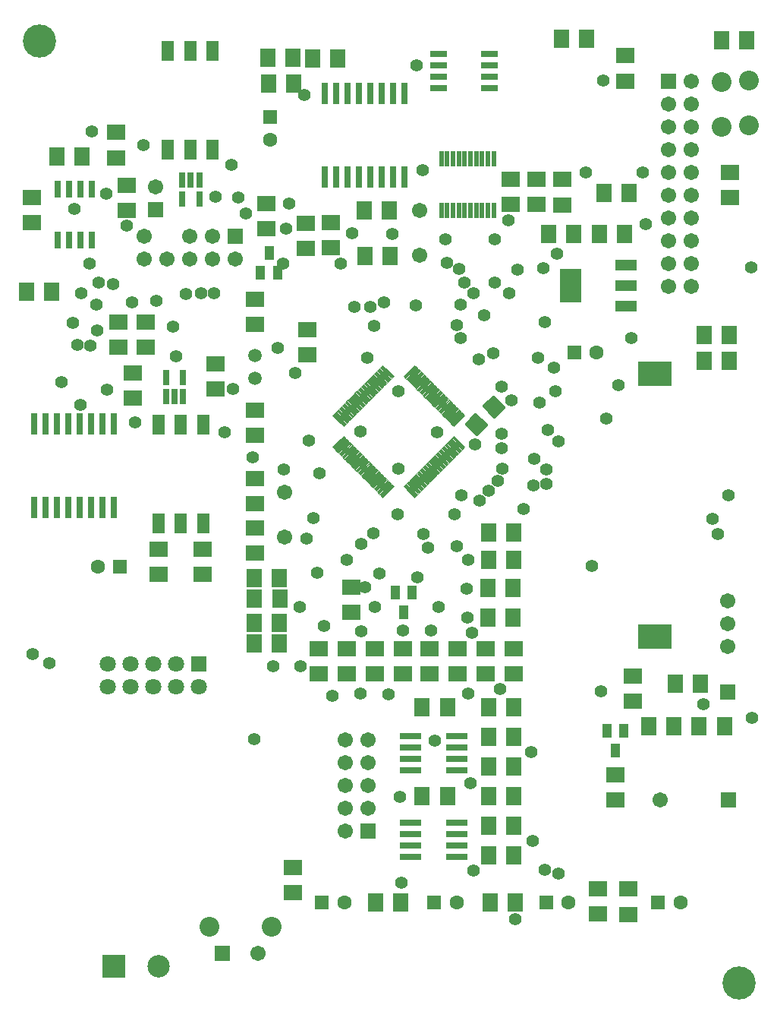
<source format=gts>
%FSLAX43Y43*%
%MOMM*%
G71*
G01*
G75*
%ADD10C,0.300*%
%ADD11R,0.850X1.300*%
%ADD12R,0.300X1.600*%
%ADD13R,1.800X1.600*%
%ADD14R,1.600X1.800*%
%ADD15R,3.500X2.600*%
%ADD16R,2.200X0.550*%
%ADD17R,2.200X0.550*%
%ADD18C,0.075*%
%ADD19R,0.600X2.150*%
%ADD20R,1.200X2.000*%
%ADD21R,0.550X1.450*%
%ADD22R,0.550X1.450*%
%ADD23R,0.600X1.700*%
%ADD24R,0.600X2.150*%
%ADD25R,1.700X0.600*%
%ADD26R,2.150X1.100*%
%ADD27R,2.150X1.100*%
%ADD28R,2.150X3.500*%
%ADD29C,0.400*%
%ADD30C,0.500*%
%ADD31C,0.800*%
%ADD32C,0.600*%
%ADD33R,2.300X2.300*%
%ADD34C,2.300*%
%ADD35C,1.500*%
%ADD36C,1.600*%
%ADD37C,1.600*%
%ADD38R,1.600X1.600*%
%ADD39C,3.500*%
%ADD40C,2.000*%
%ADD41R,1.400X1.400*%
%ADD42C,1.400*%
%ADD43C,1.300*%
%ADD44R,1.500X1.500*%
%ADD45C,1.500*%
%ADD46C,1.200*%
%ADD47R,1.053X1.503*%
%ADD48R,0.503X1.803*%
%ADD49R,2.003X1.803*%
%ADD50R,1.803X2.003*%
%ADD51R,3.703X2.803*%
%ADD52R,2.403X0.753*%
%ADD53R,2.403X0.753*%
%ADD54R,0.803X2.353*%
%ADD55R,1.403X2.203*%
%ADD56R,0.753X1.653*%
%ADD57R,0.753X1.653*%
%ADD58R,0.803X1.903*%
%ADD59R,0.803X2.353*%
%ADD60R,1.903X0.803*%
%ADD61R,2.353X1.303*%
%ADD62R,2.353X1.303*%
%ADD63R,2.353X3.703*%
%ADD64R,2.503X2.503*%
%ADD65C,2.503*%
%ADD66C,1.703*%
%ADD67C,1.803*%
%ADD68C,1.803*%
%ADD69R,1.803X1.803*%
%ADD70C,3.703*%
%ADD71C,2.203*%
%ADD72R,1.603X1.603*%
%ADD73C,1.603*%
%ADD74C,1.503*%
%ADD75R,1.703X1.703*%
%ADD76C,1.703*%
%ADD77C,1.403*%
D18*
X36477Y62934D02*
X36174Y63236D01*
X37396Y64458D01*
X37699Y64156D01*
X36477Y62934D01*
Y63022D02*
X36263Y63236D01*
X37396Y64370D01*
X37611Y64156D01*
X36477Y63022D01*
Y63110D02*
X36351Y63236D01*
X37396Y64282D01*
X37522Y64156D01*
X36477Y63110D01*
Y63199D02*
X36440Y63236D01*
X37396Y64193D01*
X37434Y64156D01*
X36477Y63199D01*
X36512Y63253D02*
X37362Y64139D01*
X36831Y62580D02*
X36528Y62883D01*
X37750Y64105D01*
X38053Y63802D01*
X36831Y62580D01*
Y62668D02*
X36616Y62883D01*
X37750Y64016D01*
X37964Y63802D01*
X36831Y62668D01*
Y62757D02*
X36705Y62883D01*
X37750Y63928D01*
X37876Y63802D01*
X36831Y62757D01*
Y62845D02*
X36793Y62883D01*
X37750Y63840D01*
X37788Y63802D01*
X36831Y62845D01*
X36865Y62899D02*
X37716Y63786D01*
X37184Y62226D02*
X36881Y62529D01*
X38104Y63751D01*
X38406Y63449D01*
X37184Y62226D01*
Y62315D02*
X36970Y62529D01*
X38104Y63663D01*
X38318Y63449D01*
X37184Y62315D01*
Y62403D02*
X37058Y62529D01*
X38104Y63575D01*
X38230Y63449D01*
X37184Y62403D01*
Y62492D02*
X37147Y62529D01*
X38104Y63486D01*
X38141Y63449D01*
X37184Y62492D01*
X37219Y62546D02*
X38069Y63432D01*
X37538Y61873D02*
X37235Y62176D01*
X38457Y63398D01*
X38760Y63095D01*
X37538Y61873D01*
Y61961D02*
X37323Y62176D01*
X38457Y63309D01*
X38671Y63095D01*
X37538Y61961D01*
Y62050D02*
X37412Y62176D01*
X38457Y63221D01*
X38583Y63095D01*
X37538Y62050D01*
Y62138D02*
X37500Y62176D01*
X38457Y63133D01*
X38495Y63095D01*
X37538Y62138D01*
X37572Y62192D02*
X38423Y63079D01*
X37891Y61519D02*
X37589Y61822D01*
X38811Y63044D01*
X39113Y62741D01*
X37891Y61519D01*
Y61608D02*
X37677Y61822D01*
X38811Y62956D01*
X39025Y62741D01*
X37891Y61608D01*
Y61696D02*
X37765Y61822D01*
X38811Y62867D01*
X38937Y62741D01*
X37891Y61696D01*
Y61785D02*
X37854Y61822D01*
X38811Y62779D01*
X38848Y62741D01*
X37891Y61785D01*
X37926Y61839D02*
X38776Y62725D01*
X38245Y61166D02*
X37942Y61469D01*
X39164Y62691D01*
X39467Y62388D01*
X38245Y61166D01*
Y61254D02*
X38031Y61469D01*
X39164Y62602D01*
X39379Y62388D01*
X38245Y61254D01*
Y61343D02*
X38119Y61469D01*
X39164Y62514D01*
X39290Y62388D01*
X38245Y61343D01*
Y61431D02*
X38207Y61469D01*
X39164Y62425D01*
X39202Y62388D01*
X38245Y61431D01*
X38279Y61485D02*
X39130Y62371D01*
X38598Y60812D02*
X38296Y61115D01*
X39518Y62337D01*
X39821Y62034D01*
X38598Y60812D01*
Y60901D02*
X38384Y61115D01*
X39518Y62249D01*
X39732Y62034D01*
X38598Y60901D01*
Y60989D02*
X38472Y61115D01*
X39518Y62160D01*
X39644Y62034D01*
X38598Y60989D01*
Y61077D02*
X38561Y61115D01*
X39518Y62072D01*
X39555Y62034D01*
X38598Y61077D01*
X38633Y61131D02*
X39483Y62018D01*
X39659Y59752D02*
X39356Y60054D01*
X40578Y61276D01*
X40881Y60974D01*
X39659Y59752D01*
Y59840D02*
X39445Y60054D01*
X40578Y61188D01*
X40793Y60974D01*
X39659Y59840D01*
Y59928D02*
X39533Y60054D01*
X40578Y61100D01*
X40704Y60974D01*
X39659Y59928D01*
Y60017D02*
X39621Y60054D01*
X40578Y61011D01*
X40616Y60974D01*
X39659Y60017D01*
X39693Y60071D02*
X40544Y60957D01*
X40013Y59398D02*
X39710Y59701D01*
X40932Y60923D01*
X41235Y60620D01*
X40013Y59398D01*
Y59486D02*
X39798Y59701D01*
X40932Y60834D01*
X41146Y60620D01*
X40013Y59486D01*
Y59575D02*
X39887Y59701D01*
X40932Y60746D01*
X41058Y60620D01*
X40013Y59575D01*
Y59663D02*
X39975Y59701D01*
X40932Y60658D01*
X40970Y60620D01*
X40013Y59663D01*
X40047Y59717D02*
X40898Y60604D01*
X40366Y59045D02*
X40063Y59347D01*
X41285Y60569D01*
X41588Y60267D01*
X40366Y59045D01*
Y59133D02*
X40152Y59347D01*
X41285Y60481D01*
X41500Y60267D01*
X40366Y59133D01*
Y59221D02*
X40240Y59347D01*
X41285Y60393D01*
X41411Y60267D01*
X40366Y59221D01*
Y59310D02*
X40329Y59347D01*
X41285Y60304D01*
X41323Y60267D01*
X40366Y59310D01*
X40401Y59364D02*
X41251Y60250D01*
X40720Y58691D02*
X40417Y58994D01*
X41639Y60216D01*
X41942Y59913D01*
X40720Y58691D01*
Y58779D02*
X40505Y58994D01*
X41639Y60127D01*
X41853Y59913D01*
X40720Y58779D01*
Y58868D02*
X40594Y58994D01*
X41639Y60039D01*
X41765Y59913D01*
X40720Y58868D01*
Y58956D02*
X40682Y58994D01*
X41639Y59951D01*
X41677Y59913D01*
X40720Y58956D01*
X40754Y59010D02*
X41605Y59897D01*
X41427Y57984D02*
X41124Y58287D01*
X42346Y59509D01*
X42649Y59206D01*
X41427Y57984D01*
Y58072D02*
X41213Y58287D01*
X42346Y59420D01*
X42561Y59206D01*
X41427Y58072D01*
Y58161D02*
X41301Y58287D01*
X42346Y59332D01*
X42472Y59206D01*
X41427Y58161D01*
Y58249D02*
X41389Y58287D01*
X42346Y59243D01*
X42384Y59206D01*
X41427Y58249D01*
X41461Y58303D02*
X42312Y59189D01*
X45972Y58287D02*
X45670Y57984D01*
X44448Y59206D01*
X44750Y59509D01*
X45972Y58287D01*
X45884D02*
X45670Y58072D01*
X44536Y59206D01*
X44750Y59420D01*
X45884Y58287D01*
X45796D02*
X45670Y58161D01*
X44624Y59206D01*
X44750Y59332D01*
X45796Y58287D01*
X45707D02*
X45670Y58249D01*
X44713Y59206D01*
X44750Y59243D01*
X45707Y58287D01*
X45653Y58321D02*
X44767Y59172D01*
X46326Y58640D02*
X46023Y58337D01*
X44801Y59559D01*
X45104Y59862D01*
X46326Y58640D01*
X46237D02*
X46023Y58426D01*
X44889Y59559D01*
X45104Y59774D01*
X46237Y58640D01*
X46149D02*
X46023Y58514D01*
X44978Y59559D01*
X45104Y59685D01*
X46149Y58640D01*
X46061D02*
X46023Y58603D01*
X45066Y59559D01*
X45104Y59597D01*
X46061Y58640D01*
X46007Y58675D02*
X45120Y59525D01*
X47033Y59347D02*
X46730Y59044D01*
X45508Y60267D01*
X45811Y60569D01*
X47033Y59347D01*
X46945D02*
X46730Y59133D01*
X45597Y60267D01*
X45811Y60481D01*
X46945Y59347D01*
X46856D02*
X46730Y59221D01*
X45685Y60267D01*
X45811Y60393D01*
X46856Y59347D01*
X46768D02*
X46730Y59310D01*
X45773Y60267D01*
X45811Y60304D01*
X46768Y59347D01*
X46714Y59382D02*
X45827Y60232D01*
X47387Y59701D02*
X47084Y59398D01*
X45862Y60620D01*
X46164Y60923D01*
X47387Y59701D01*
X47298D02*
X47084Y59486D01*
X45950Y60620D01*
X46164Y60835D01*
X47298Y59701D01*
X47210D02*
X47084Y59575D01*
X46038Y60620D01*
X46164Y60746D01*
X47210Y59701D01*
X47121D02*
X47084Y59663D01*
X46127Y60620D01*
X46164Y60658D01*
X47121Y59701D01*
X47067Y59735D02*
X46181Y60586D01*
X48094Y60408D02*
X47791Y60105D01*
X46569Y61327D01*
X46872Y61630D01*
X48094Y60408D01*
X48005D02*
X47791Y60193D01*
X46657Y61327D01*
X46872Y61542D01*
X48005Y60408D01*
X47917D02*
X47791Y60282D01*
X46746Y61327D01*
X46872Y61453D01*
X47917Y60408D01*
X47828D02*
X47791Y60370D01*
X46834Y61327D01*
X46872Y61365D01*
X47828Y60408D01*
X47774Y60442D02*
X46888Y61293D01*
X48447Y60762D02*
X48144Y60459D01*
X46922Y61681D01*
X47225Y61984D01*
X48447Y60762D01*
X48359D02*
X48144Y60547D01*
X47011Y61681D01*
X47225Y61895D01*
X48359Y60762D01*
X48270D02*
X48144Y60635D01*
X47099Y61681D01*
X47225Y61807D01*
X48270Y60762D01*
X48182D02*
X48144Y60724D01*
X47188Y61681D01*
X47225Y61718D01*
X48182Y60762D01*
X48128Y60796D02*
X47242Y61646D01*
X48801Y61115D02*
X48498Y60812D01*
X47276Y62034D01*
X47579Y62337D01*
X48801Y61115D01*
X48712D02*
X48498Y60901D01*
X47364Y62034D01*
X47579Y62249D01*
X48712Y61115D01*
X48624D02*
X48498Y60989D01*
X47453Y62034D01*
X47579Y62160D01*
X48624Y61115D01*
X48536D02*
X48498Y61077D01*
X47541Y62034D01*
X47579Y62072D01*
X48536Y61115D01*
X48482Y61149D02*
X47595Y62000D01*
X49154Y61469D02*
X48852Y61166D01*
X47630Y62388D01*
X47932Y62691D01*
X49154Y61469D01*
X49066D02*
X48852Y61254D01*
X47718Y62388D01*
X47932Y62602D01*
X49066Y61469D01*
X48978D02*
X48852Y61343D01*
X47806Y62388D01*
X47932Y62514D01*
X48978Y61469D01*
X48889D02*
X48852Y61431D01*
X47895Y62388D01*
X47932Y62425D01*
X48889Y61469D01*
X48835Y61503D02*
X47949Y62353D01*
X49861Y62176D02*
X49559Y61873D01*
X48337Y63095D01*
X48639Y63398D01*
X49861Y62176D01*
X49773D02*
X49559Y61961D01*
X48425Y63095D01*
X48639Y63309D01*
X49773Y62176D01*
X49685D02*
X49559Y62050D01*
X48513Y63095D01*
X48639Y63221D01*
X49685Y62176D01*
X49596D02*
X49559Y62138D01*
X48602Y63095D01*
X48639Y63133D01*
X49596Y62176D01*
X49542Y62210D02*
X48656Y63061D01*
X50215Y62529D02*
X49912Y62226D01*
X48690Y63449D01*
X48993Y63751D01*
X50215Y62529D01*
X50127D02*
X49912Y62315D01*
X48779Y63449D01*
X48993Y63663D01*
X50127Y62529D01*
X50038D02*
X49912Y62403D01*
X48867Y63449D01*
X48993Y63575D01*
X50038Y62529D01*
X49950D02*
X49912Y62492D01*
X48955Y63449D01*
X48993Y63486D01*
X49950Y62529D01*
X49896Y62564D02*
X49009Y63414D01*
X50569Y62883D02*
X50266Y62580D01*
X49044Y63802D01*
X49347Y64105D01*
X50569Y62883D01*
X50480D02*
X50266Y62668D01*
X49132Y63802D01*
X49347Y64016D01*
X50480Y62883D01*
X50392D02*
X50266Y62757D01*
X49221Y63802D01*
X49347Y63928D01*
X50392Y62883D01*
X50303D02*
X50266Y62845D01*
X49309Y63802D01*
X49347Y63840D01*
X50303Y62883D01*
X50249Y62917D02*
X49363Y63768D01*
X50922Y63236D02*
X50619Y62934D01*
X49397Y64156D01*
X49700Y64458D01*
X50922Y63236D01*
X50834D02*
X50619Y63022D01*
X49486Y64156D01*
X49700Y64370D01*
X50834Y63236D01*
X50745D02*
X50619Y63110D01*
X49574Y64156D01*
X49700Y64282D01*
X50745Y63236D01*
X50657D02*
X50619Y63199D01*
X49662Y64156D01*
X49700Y64193D01*
X50657Y63236D01*
X50603Y63271D02*
X49716Y64121D01*
X44397Y70853D02*
X44094Y71156D01*
X45316Y72378D01*
X45619Y72075D01*
X44397Y70853D01*
Y70942D02*
X44182Y71156D01*
X45316Y72290D01*
X45530Y72075D01*
X44397Y70942D01*
Y71030D02*
X44271Y71156D01*
X45316Y72201D01*
X45442Y72075D01*
X44397Y71030D01*
Y71118D02*
X44359Y71156D01*
X45316Y72113D01*
X45354Y72075D01*
X44397Y71118D01*
X44431Y71172D02*
X45282Y72059D01*
X44750Y70500D02*
X44448Y70802D01*
X45670Y72024D01*
X45972Y71722D01*
X44750Y70500D01*
Y70588D02*
X44536Y70802D01*
X45670Y71936D01*
X45884Y71722D01*
X44750Y70588D01*
Y70676D02*
X44624Y70802D01*
X45670Y71848D01*
X45796Y71722D01*
X44750Y70676D01*
Y70765D02*
X44713Y70802D01*
X45670Y71759D01*
X45707Y71722D01*
X44750Y70765D01*
X44785Y70819D02*
X45635Y71705D01*
X45104Y70146D02*
X44801Y70449D01*
X46023Y71671D01*
X46326Y71368D01*
X45104Y70146D01*
Y70234D02*
X44889Y70449D01*
X46023Y71582D01*
X46237Y71368D01*
X45104Y70234D01*
Y70323D02*
X44978Y70449D01*
X46023Y71494D01*
X46149Y71368D01*
X45104Y70323D01*
Y70411D02*
X45066Y70449D01*
X46023Y71406D01*
X46061Y71368D01*
X45104Y70411D01*
X45138Y70465D02*
X45989Y71352D01*
X45457Y69793D02*
X45155Y70095D01*
X46377Y71317D01*
X46679Y71015D01*
X45457Y69793D01*
Y69881D02*
X45243Y70095D01*
X46377Y71229D01*
X46591Y71015D01*
X45457Y69881D01*
Y69969D02*
X45331Y70095D01*
X46377Y71141D01*
X46503Y71015D01*
X45457Y69969D01*
Y70058D02*
X45420Y70095D01*
X46377Y71052D01*
X46414Y71015D01*
X45457Y70058D01*
X45492Y70112D02*
X46342Y70998D01*
X45811Y69439D02*
X45508Y69742D01*
X46730Y70964D01*
X47033Y70661D01*
X45811Y69439D01*
Y69527D02*
X45597Y69742D01*
X46730Y70875D01*
X46945Y70661D01*
X45811Y69527D01*
Y69616D02*
X45685Y69742D01*
X46730Y70787D01*
X46856Y70661D01*
X45811Y69616D01*
Y69704D02*
X45773Y69742D01*
X46730Y70699D01*
X46768Y70661D01*
X45811Y69704D01*
X45845Y69758D02*
X46696Y70645D01*
X46165Y69085D02*
X45862Y69388D01*
X47084Y70610D01*
X47387Y70307D01*
X46165Y69085D01*
Y69174D02*
X45950Y69388D01*
X47084Y70522D01*
X47298Y70307D01*
X46165Y69174D01*
Y69262D02*
X46039Y69388D01*
X47084Y70433D01*
X47210Y70307D01*
X46165Y69262D01*
Y69351D02*
X46127Y69388D01*
X47084Y70345D01*
X47121Y70307D01*
X46165Y69351D01*
X46199Y69405D02*
X47049Y70291D01*
X46518Y68732D02*
X46215Y69035D01*
X47437Y70257D01*
X47740Y69954D01*
X46518Y68732D01*
Y68820D02*
X46304Y69035D01*
X47437Y70168D01*
X47652Y69954D01*
X46518Y68820D01*
Y68909D02*
X46392Y69035D01*
X47437Y70080D01*
X47563Y69954D01*
X46518Y68909D01*
Y68997D02*
X46480Y69035D01*
X47437Y69992D01*
X47475Y69954D01*
X46518Y68997D01*
X46552Y69051D02*
X47403Y69937D01*
X46872Y68378D02*
X46569Y68681D01*
X47791Y69903D01*
X48094Y69600D01*
X46872Y68378D01*
Y68467D02*
X46657Y68681D01*
X47791Y69815D01*
X48005Y69600D01*
X46872Y68467D01*
Y68555D02*
X46746Y68681D01*
X47791Y69726D01*
X47917Y69600D01*
X46872Y68555D01*
Y68643D02*
X46834Y68681D01*
X47791Y69638D01*
X47828Y69600D01*
X46872Y68643D01*
X46906Y68698D02*
X47757Y69584D01*
X47225Y68025D02*
X46922Y68328D01*
X48144Y69550D01*
X48447Y69247D01*
X47225Y68025D01*
Y68113D02*
X47011Y68328D01*
X48144Y69461D01*
X48359Y69247D01*
X47225Y68113D01*
Y68202D02*
X47099Y68328D01*
X48144Y69373D01*
X48270Y69247D01*
X47225Y68202D01*
Y68290D02*
X47188Y68328D01*
X48144Y69284D01*
X48182Y69247D01*
X47225Y68290D01*
X47260Y68344D02*
X48110Y69230D01*
X47579Y67671D02*
X47276Y67974D01*
X48498Y69196D01*
X48801Y68893D01*
X47579Y67671D01*
Y67760D02*
X47364Y67974D01*
X48498Y69108D01*
X48712Y68893D01*
X47579Y67760D01*
Y67848D02*
X47453Y67974D01*
X48498Y69019D01*
X48624Y68893D01*
X47579Y67848D01*
Y67936D02*
X47541Y67974D01*
X48498Y68931D01*
X48536Y68893D01*
X47579Y67936D01*
X47613Y67990D02*
X48464Y68877D01*
X47932Y67318D02*
X47630Y67620D01*
X48852Y68842D01*
X49154Y68540D01*
X47932Y67318D01*
Y67406D02*
X47718Y67620D01*
X48852Y68754D01*
X49066Y68540D01*
X47932Y67406D01*
Y67494D02*
X47806Y67620D01*
X48852Y68666D01*
X48978Y68540D01*
X47932Y67494D01*
Y67583D02*
X47895Y67620D01*
X48852Y68577D01*
X48889Y68540D01*
X47932Y67583D01*
X47967Y67637D02*
X48817Y68523D01*
X48286Y66964D02*
X47983Y67267D01*
X49205Y68489D01*
X49508Y68186D01*
X48286Y66964D01*
Y67052D02*
X48071Y67267D01*
X49205Y68401D01*
X49420Y68186D01*
X48286Y67052D01*
Y67141D02*
X48160Y67267D01*
X49205Y68312D01*
X49331Y68186D01*
X48286Y67141D01*
Y67229D02*
X48248Y67267D01*
X49205Y68224D01*
X49243Y68186D01*
X48286Y67229D01*
X48320Y67283D02*
X49171Y68170D01*
X48639Y66611D02*
X48337Y66913D01*
X49559Y68135D01*
X49861Y67833D01*
X48639Y66611D01*
Y66699D02*
X48425Y66913D01*
X49559Y68047D01*
X49773Y67833D01*
X48639Y66699D01*
Y66787D02*
X48513Y66913D01*
X49559Y67959D01*
X49685Y67833D01*
X48639Y66787D01*
Y66876D02*
X48602Y66913D01*
X49559Y67870D01*
X49596Y67833D01*
X48639Y66876D01*
X48674Y66930D02*
X49524Y67816D01*
X48993Y66257D02*
X48690Y66560D01*
X49912Y67782D01*
X50215Y67479D01*
X48993Y66257D01*
Y66345D02*
X48779Y66560D01*
X49912Y67693D01*
X50127Y67479D01*
X48993Y66345D01*
Y66434D02*
X48867Y66560D01*
X49912Y67605D01*
X50038Y67479D01*
X48993Y66434D01*
Y66522D02*
X48955Y66560D01*
X49912Y67517D01*
X49950Y67479D01*
X48993Y66522D01*
X49027Y66576D02*
X49878Y67463D01*
X49347Y65903D02*
X49044Y66206D01*
X50266Y67428D01*
X50569Y67125D01*
X49347Y65903D01*
Y65992D02*
X49132Y66206D01*
X50266Y67340D01*
X50480Y67125D01*
X49347Y65992D01*
Y66080D02*
X49221Y66206D01*
X50266Y67251D01*
X50392Y67125D01*
X49347Y66080D01*
Y66169D02*
X49309Y66206D01*
X50266Y67163D01*
X50303Y67125D01*
X49347Y66169D01*
X49381Y66223D02*
X50231Y67109D01*
X37699Y65853D02*
X37396Y65550D01*
X36174Y66772D01*
X36477Y67075D01*
X37699Y65853D01*
X37611D02*
X37396Y65638D01*
X36263Y66772D01*
X36477Y66986D01*
X37611Y65853D01*
X37522D02*
X37396Y65727D01*
X36351Y66772D01*
X36477Y66898D01*
X37522Y65853D01*
X37434D02*
X37396Y65815D01*
X36440Y66772D01*
X36477Y66810D01*
X37434Y65853D01*
X37380Y65887D02*
X36494Y66738D01*
X38053Y66206D02*
X37750Y65903D01*
X36528Y67125D01*
X36831Y67428D01*
X38053Y66206D01*
X37964D02*
X37750Y65992D01*
X36616Y67125D01*
X36831Y67340D01*
X37964Y66206D01*
X37876D02*
X37750Y66080D01*
X36705Y67125D01*
X36831Y67251D01*
X37876Y66206D01*
X37788D02*
X37750Y66169D01*
X36793Y67125D01*
X36831Y67163D01*
X37788Y66206D01*
X37734Y66241D02*
X36847Y67091D01*
X38406Y66560D02*
X38104Y66257D01*
X36881Y67479D01*
X37184Y67782D01*
X38406Y66560D01*
X38318D02*
X38104Y66345D01*
X36970Y67479D01*
X37184Y67693D01*
X38318Y66560D01*
X38230D02*
X38104Y66434D01*
X37058Y67479D01*
X37184Y67605D01*
X38230Y66560D01*
X38141D02*
X38104Y66522D01*
X37147Y67479D01*
X37184Y67517D01*
X38141Y66560D01*
X38087Y66594D02*
X37201Y67445D01*
X38760Y66913D02*
X38457Y66611D01*
X37235Y67833D01*
X37538Y68135D01*
X38760Y66913D01*
X38671D02*
X38457Y66699D01*
X37323Y67833D01*
X37538Y68047D01*
X38671Y66913D01*
X38583D02*
X38457Y66787D01*
X37412Y67833D01*
X37538Y67959D01*
X38583Y66913D01*
X38495D02*
X38457Y66876D01*
X37500Y67833D01*
X37538Y67870D01*
X38495Y66913D01*
X38441Y66948D02*
X37554Y67798D01*
X39113Y67267D02*
X38811Y66964D01*
X37589Y68186D01*
X37891Y68489D01*
X39113Y67267D01*
X39025D02*
X38811Y67052D01*
X37677Y68186D01*
X37891Y68401D01*
X39025Y67267D01*
X38937D02*
X38811Y67141D01*
X37765Y68186D01*
X37891Y68312D01*
X38937Y67267D01*
X38848D02*
X38811Y67229D01*
X37854Y68186D01*
X37891Y68224D01*
X38848Y67267D01*
X38794Y67301D02*
X37908Y68152D01*
X39467Y67620D02*
X39164Y67318D01*
X37942Y68540D01*
X38245Y68842D01*
X39467Y67620D01*
X39379D02*
X39164Y67406D01*
X38031Y68540D01*
X38245Y68754D01*
X39379Y67620D01*
X39290D02*
X39164Y67494D01*
X38119Y68540D01*
X38245Y68666D01*
X39290Y67620D01*
X39202D02*
X39164Y67583D01*
X38207Y68540D01*
X38245Y68577D01*
X39202Y67620D01*
X39148Y67655D02*
X38261Y68505D01*
X39821Y67974D02*
X39518Y67671D01*
X38296Y68893D01*
X38598Y69196D01*
X39821Y67974D01*
X39732D02*
X39518Y67760D01*
X38384Y68893D01*
X38598Y69108D01*
X39732Y67974D01*
X39644D02*
X39518Y67848D01*
X38472Y68893D01*
X38598Y69019D01*
X39644Y67974D01*
X39555D02*
X39518Y67936D01*
X38561Y68893D01*
X38598Y68931D01*
X39555Y67974D01*
X39501Y68008D02*
X38615Y68859D01*
X40174Y68328D02*
X39871Y68025D01*
X38649Y69247D01*
X38952Y69550D01*
X40174Y68328D01*
X40086D02*
X39871Y68113D01*
X38738Y69247D01*
X38952Y69461D01*
X40086Y68328D01*
X39997D02*
X39871Y68202D01*
X38826Y69247D01*
X38952Y69373D01*
X39997Y68328D01*
X39909D02*
X39871Y68290D01*
X38914Y69247D01*
X38952Y69284D01*
X39909Y68328D01*
X39855Y68362D02*
X38968Y69212D01*
X40528Y68681D02*
X40225Y68378D01*
X39003Y69600D01*
X39306Y69903D01*
X40528Y68681D01*
X40439D02*
X40225Y68467D01*
X39091Y69600D01*
X39306Y69815D01*
X40439Y68681D01*
X40351D02*
X40225Y68555D01*
X39180Y69600D01*
X39306Y69726D01*
X40351Y68681D01*
X40262D02*
X40225Y68643D01*
X39268Y69600D01*
X39306Y69638D01*
X40262Y68681D01*
X40208Y68715D02*
X39322Y69566D01*
X40881Y69035D02*
X40578Y68732D01*
X39356Y69954D01*
X39659Y70257D01*
X40881Y69035D01*
X40793D02*
X40578Y68820D01*
X39445Y69954D01*
X39659Y70168D01*
X40793Y69035D01*
X40704D02*
X40578Y68909D01*
X39533Y69954D01*
X39659Y70080D01*
X40704Y69035D01*
X40616D02*
X40578Y68997D01*
X39622Y69954D01*
X39659Y69992D01*
X40616Y69035D01*
X40562Y69069D02*
X39676Y69920D01*
X41588Y69742D02*
X41285Y69439D01*
X40063Y70661D01*
X40366Y70964D01*
X41588Y69742D01*
X41500D02*
X41285Y69527D01*
X40152Y70661D01*
X40366Y70875D01*
X41500Y69742D01*
X41411D02*
X41285Y69616D01*
X40240Y70661D01*
X40366Y70787D01*
X41411Y69742D01*
X41323D02*
X41285Y69704D01*
X40329Y70661D01*
X40366Y70699D01*
X41323Y69742D01*
X41269Y69776D02*
X40383Y70627D01*
X41942Y70095D02*
X41639Y69793D01*
X40417Y71015D01*
X40720Y71317D01*
X41942Y70095D01*
X41853D02*
X41639Y69881D01*
X40505Y71015D01*
X40720Y71229D01*
X41853Y70095D01*
X41765D02*
X41639Y69969D01*
X40594Y71015D01*
X40720Y71141D01*
X41765Y70095D01*
X41677D02*
X41639Y70058D01*
X40682Y71015D01*
X40720Y71052D01*
X41677Y70095D01*
X41623Y70130D02*
X40736Y70980D01*
X42295Y70449D02*
X41993Y70146D01*
X40771Y71368D01*
X41073Y71671D01*
X42295Y70449D01*
X42207D02*
X41993Y70234D01*
X40859Y71368D01*
X41073Y71583D01*
X42207Y70449D01*
X42119D02*
X41993Y70323D01*
X40947Y71368D01*
X41073Y71494D01*
X42119Y70449D01*
X42030D02*
X41993Y70411D01*
X41036Y71368D01*
X41073Y71406D01*
X42030Y70449D01*
X41976Y70483D02*
X41090Y71334D01*
X42649Y70802D02*
X42346Y70500D01*
X41124Y71722D01*
X41427Y72024D01*
X42649Y70802D01*
X42561D02*
X42346Y70588D01*
X41213Y71722D01*
X41427Y71936D01*
X42561Y70802D01*
X42472D02*
X42346Y70676D01*
X41301Y71722D01*
X41427Y71848D01*
X42472Y70802D01*
X42384D02*
X42346Y70765D01*
X41389Y71722D01*
X41427Y71759D01*
X42384Y70802D01*
X42330Y70837D02*
X41443Y71687D01*
X43002Y71156D02*
X42700Y70853D01*
X41478Y72075D01*
X41780Y72378D01*
X43002Y71156D01*
X42914D02*
X42700Y70942D01*
X41566Y72075D01*
X41780Y72290D01*
X42914Y71156D01*
X42826D02*
X42700Y71030D01*
X41654Y72075D01*
X41780Y72201D01*
X42826Y71156D01*
X42737D02*
X42700Y71118D01*
X41743Y72075D01*
X41780Y72113D01*
X42737Y71156D01*
X42683Y71190D02*
X41797Y72041D01*
X46679Y58994D02*
X46377Y58691D01*
X45155Y59913D01*
X45457Y60216D01*
X46679Y58994D01*
X46591D02*
X46377Y58779D01*
X45243Y59913D01*
X45457Y60127D01*
X46591Y58994D01*
X46503D02*
X46377Y58868D01*
X45331Y59913D01*
X45457Y60039D01*
X46503Y58994D01*
X46414D02*
X46377Y58956D01*
X45420Y59913D01*
X45457Y59951D01*
X46414Y58994D01*
X46360Y59028D02*
X45474Y59879D01*
X45619Y57933D02*
X45316Y57630D01*
X44094Y58852D01*
X44397Y59155D01*
X45619Y57933D01*
X45530D02*
X45316Y57719D01*
X44182Y58852D01*
X44397Y59067D01*
X45530Y57933D01*
X45442D02*
X45316Y57807D01*
X44271Y58852D01*
X44397Y58978D01*
X45442Y57933D01*
X45354D02*
X45316Y57895D01*
X44359Y58852D01*
X44397Y58890D01*
X45354Y57933D01*
X45300Y57967D02*
X44413Y58818D01*
X41780Y57630D02*
X41478Y57933D01*
X42700Y59155D01*
X43002Y58852D01*
X41780Y57630D01*
Y57719D02*
X41566Y57933D01*
X42700Y59067D01*
X42914Y58852D01*
X41780Y57719D01*
Y57807D02*
X41654Y57933D01*
X42700Y58978D01*
X42826Y58852D01*
X41780Y57807D01*
Y57895D02*
X41743Y57933D01*
X42700Y58890D01*
X42737Y58852D01*
X41780Y57895D01*
X41815Y57949D02*
X42665Y58836D01*
X41073Y58337D02*
X40771Y58640D01*
X41993Y59862D01*
X42295Y59559D01*
X41073Y58337D01*
Y58426D02*
X40859Y58640D01*
X41993Y59774D01*
X42207Y59559D01*
X41073Y58426D01*
Y58514D02*
X40947Y58640D01*
X41993Y59685D01*
X42119Y59559D01*
X41073Y58514D01*
Y58603D02*
X41036Y58640D01*
X41993Y59597D01*
X42030Y59559D01*
X41073Y58603D01*
X41108Y58657D02*
X41958Y59543D01*
X47740Y60054D02*
X47437Y59752D01*
X46215Y60974D01*
X46518Y61276D01*
X47740Y60054D01*
X47652D02*
X47437Y59840D01*
X46304Y60974D01*
X46518Y61188D01*
X47652Y60054D01*
X47563D02*
X47437Y59928D01*
X46392Y60974D01*
X46518Y61100D01*
X47563Y60054D01*
X47475D02*
X47437Y60017D01*
X46480Y60974D01*
X46518Y61011D01*
X47475Y60054D01*
X47421Y60089D02*
X46534Y60939D01*
X49700Y65550D02*
X49397Y65853D01*
X50619Y67075D01*
X50922Y66772D01*
X49700Y65550D01*
Y65638D02*
X49486Y65853D01*
X50619Y66986D01*
X50834Y66772D01*
X49700Y65638D01*
Y65727D02*
X49574Y65853D01*
X50619Y66898D01*
X50745Y66772D01*
X49700Y65727D01*
Y65815D02*
X49662Y65853D01*
X50619Y66810D01*
X50657Y66772D01*
X49700Y65815D01*
X49734Y65869D02*
X50585Y66756D01*
X49508Y61822D02*
X49205Y61519D01*
X47983Y62741D01*
X48286Y63044D01*
X49508Y61822D01*
X49420D02*
X49205Y61608D01*
X48071Y62741D01*
X48286Y62956D01*
X49420Y61822D01*
X49331D02*
X49205Y61696D01*
X48160Y62741D01*
X48286Y62867D01*
X49331Y61822D01*
X49243D02*
X49205Y61785D01*
X48248Y62741D01*
X48286Y62779D01*
X49243Y61822D01*
X49189Y61857D02*
X48302Y62707D01*
X41235Y69388D02*
X40932Y69085D01*
X39710Y70307D01*
X40013Y70610D01*
X41235Y69388D01*
X41146D02*
X40932Y69174D01*
X39798Y70307D01*
X40013Y70522D01*
X41146Y69388D01*
X41058D02*
X40932Y69262D01*
X39887Y70307D01*
X40013Y70433D01*
X41058Y69388D01*
X40970D02*
X40932Y69351D01*
X39975Y70307D01*
X40013Y70345D01*
X40970Y69388D01*
X40916Y69423D02*
X40029Y70273D01*
X39306Y60105D02*
X39003Y60408D01*
X40225Y61630D01*
X40528Y61327D01*
X39306Y60105D01*
Y60194D02*
X39091Y60408D01*
X40225Y61542D01*
X40439Y61327D01*
X39306Y60194D01*
Y60282D02*
X39180Y60408D01*
X40225Y61453D01*
X40351Y61327D01*
X39306Y60282D01*
Y60370D02*
X39268Y60408D01*
X40225Y61365D01*
X40262Y61327D01*
X39306Y60370D01*
X39340Y60424D02*
X40190Y61311D01*
X38952Y60459D02*
X38649Y60761D01*
X39871Y61984D01*
X40174Y61681D01*
X38952Y60459D01*
Y60547D02*
X38738Y60761D01*
X39871Y61895D01*
X40086Y61681D01*
X38952Y60547D01*
Y60635D02*
X38826Y60761D01*
X39871Y61807D01*
X39997Y61681D01*
X38952Y60635D01*
Y60724D02*
X38914Y60761D01*
X39871Y61718D01*
X39909Y61681D01*
X38952Y60724D01*
X38986Y60778D02*
X39837Y61664D01*
D29*
X52093Y66836D02*
X53227Y65703D01*
X52235Y64711D01*
X51101Y65844D01*
X52093Y66836D01*
Y66365D02*
X52756Y65703D01*
X52235Y65182D01*
X51573Y65844D01*
X52093Y66365D01*
Y65894D02*
X52284Y65703D01*
X52235Y65653D01*
X52044Y65844D01*
X52093Y65894D01*
X52164Y65791D02*
Y65756D01*
X54073Y68816D02*
X55207Y67683D01*
X54215Y66690D01*
X53081Y67824D01*
X54073Y68816D01*
Y68345D02*
X54736Y67683D01*
X54215Y67162D01*
X53553Y67824D01*
X54073Y68345D01*
Y67873D02*
X54264Y67683D01*
X54215Y67633D01*
X54024Y67824D01*
X54073Y67873D01*
X54144Y67771D02*
Y67735D01*
D47*
X43148Y47002D02*
D03*
X45048Y47002D02*
D03*
X44098Y44802D02*
D03*
X66798Y31602D02*
D03*
X68698Y31602D02*
D03*
X30052Y82648D02*
D03*
X28152Y82648D02*
D03*
X29102Y84848D02*
D03*
X67748Y29402D02*
D03*
D48*
X54175Y89650D02*
D03*
X53525D02*
D03*
X50275D02*
D03*
X51575D02*
D03*
X52225D02*
D03*
X48325Y95350D02*
D03*
X48975D02*
D03*
X53525D02*
D03*
X54175D02*
D03*
X52875D02*
D03*
X52225D02*
D03*
X51575D02*
D03*
X50925D02*
D03*
X50275D02*
D03*
X49625D02*
D03*
X52875Y89650D02*
D03*
X50925Y89650D02*
D03*
X49625D02*
D03*
X48975D02*
D03*
X48325D02*
D03*
D49*
X56093Y90312D02*
D03*
X61807Y93038D02*
D03*
X58957Y93088D02*
D03*
X80507Y91038D02*
D03*
X65793Y14012D02*
D03*
X65793Y11212D02*
D03*
X21709Y51845D02*
D03*
Y49045D02*
D03*
X16809D02*
D03*
X13893Y68712D02*
D03*
X12007Y95488D02*
D03*
Y98288D02*
D03*
X2657Y91038D02*
D03*
X69707Y34888D02*
D03*
X33393Y73512D02*
D03*
X33393Y76312D02*
D03*
X56093Y93112D02*
D03*
X38257Y47588D02*
D03*
X38257Y44788D02*
D03*
X27543Y54212D02*
D03*
X27507Y56888D02*
D03*
X27557Y64538D02*
D03*
X27493Y79712D02*
D03*
X35957Y88238D02*
D03*
X33157Y88188D02*
D03*
X27543Y51412D02*
D03*
X27507Y59688D02*
D03*
X27557Y67338D02*
D03*
X27493Y76912D02*
D03*
X68857Y104038D02*
D03*
X69707Y37688D02*
D03*
X35957Y85438D02*
D03*
X33157Y85388D02*
D03*
X56353Y40762D02*
D03*
X56353Y37962D02*
D03*
X53250Y37955D02*
D03*
Y40755D02*
D03*
X50125Y37938D02*
D03*
Y40738D02*
D03*
X47012D02*
D03*
X43998D02*
D03*
X40884Y37962D02*
D03*
X40884Y40762D02*
D03*
X37770Y37962D02*
D03*
X37770Y40762D02*
D03*
X34643Y37962D02*
D03*
Y40762D02*
D03*
X31793Y16412D02*
D03*
X69143Y13962D02*
D03*
X12257Y77138D02*
D03*
X15357D02*
D03*
X28793Y90362D02*
D03*
X13243Y89612D02*
D03*
X13243Y92412D02*
D03*
X23107Y69688D02*
D03*
Y72488D02*
D03*
X28793Y87562D02*
D03*
X15357Y74338D02*
D03*
X12257D02*
D03*
X31793Y13612D02*
D03*
X43998Y37938D02*
D03*
X47012D02*
D03*
X67757Y23938D02*
D03*
X68857Y106838D02*
D03*
X67757Y26738D02*
D03*
X2657Y88238D02*
D03*
X13893Y71512D02*
D03*
X16809Y51845D02*
D03*
X69143Y11162D02*
D03*
X80507Y93838D02*
D03*
X58957Y90288D02*
D03*
X61807Y90238D02*
D03*
D50*
X27425Y41343D02*
D03*
X30225Y41343D02*
D03*
X27456Y43659D02*
D03*
X30256D02*
D03*
X53488Y44243D02*
D03*
X56288Y44243D02*
D03*
X53538Y47543D02*
D03*
X56338Y47543D02*
D03*
X53588Y50693D02*
D03*
X56388Y50693D02*
D03*
X53588Y53743D02*
D03*
X56388Y53743D02*
D03*
X30272Y46307D02*
D03*
X27472D02*
D03*
X30262Y48656D02*
D03*
X27462Y48656D02*
D03*
X80462Y72807D02*
D03*
X77662Y72807D02*
D03*
X80462Y75757D02*
D03*
X77662Y75757D02*
D03*
X43812Y12457D02*
D03*
X56562D02*
D03*
X77205Y36859D02*
D03*
X56412Y30939D02*
D03*
Y21015D02*
D03*
Y27631D02*
D03*
Y17707D02*
D03*
X29005Y103759D02*
D03*
X31805D02*
D03*
X28955Y106606D02*
D03*
X31755D02*
D03*
X5438Y95593D02*
D03*
X74284Y32093D02*
D03*
X71484Y32093D02*
D03*
X2038Y80543D02*
D03*
X79888Y32143D02*
D03*
X77088D02*
D03*
X4838Y80543D02*
D03*
X33988Y106543D02*
D03*
X68788Y86993D02*
D03*
X65988Y86993D02*
D03*
X60262Y86957D02*
D03*
X63062Y86957D02*
D03*
X53612Y34247D02*
D03*
X56412Y34247D02*
D03*
X48988Y34233D02*
D03*
X46188Y34233D02*
D03*
X56412Y24323D02*
D03*
X46188Y24309D02*
D03*
X48988Y24309D02*
D03*
X53612Y24323D02*
D03*
X61712Y108707D02*
D03*
X36788Y106543D02*
D03*
X82388Y108543D02*
D03*
X64512Y108707D02*
D03*
X79588Y108543D02*
D03*
X8238Y95593D02*
D03*
X53612Y17707D02*
D03*
Y27631D02*
D03*
Y21015D02*
D03*
Y30939D02*
D03*
X74405Y36859D02*
D03*
X53762Y12457D02*
D03*
X41012D02*
D03*
X69288Y91543D02*
D03*
X66488Y91543D02*
D03*
X42538Y89593D02*
D03*
X39738D02*
D03*
X42588Y84493D02*
D03*
X39788Y84493D02*
D03*
D51*
X72100Y71400D02*
D03*
Y42100D02*
D03*
D52*
X44838Y28510D02*
D03*
Y27240D02*
D03*
X50038Y31050D02*
D03*
Y29780D02*
D03*
Y27240D02*
D03*
X50038Y20080D02*
D03*
Y21350D02*
D03*
X44838Y17540D02*
D03*
Y18810D02*
D03*
X50038Y28510D02*
D03*
X44838Y31050D02*
D03*
D53*
X50038Y17540D02*
D03*
Y18810D02*
D03*
X44838Y20080D02*
D03*
Y21350D02*
D03*
X44838Y29780D02*
D03*
D54*
X2905Y65775D02*
D03*
X4175D02*
D03*
X7985D02*
D03*
X10525D02*
D03*
X11795D02*
D03*
X44195Y93375D02*
D03*
X36575D02*
D03*
X35305D02*
D03*
X37845Y102625D02*
D03*
X40385D02*
D03*
Y93375D02*
D03*
X37845D02*
D03*
X6715Y65775D02*
D03*
X35305Y102625D02*
D03*
X36575D02*
D03*
X44195D02*
D03*
X4175Y56525D02*
D03*
X5445D02*
D03*
X6715D02*
D03*
X7985D02*
D03*
X9255D02*
D03*
X5445Y65775D02*
D03*
X9255D02*
D03*
X42925Y102625D02*
D03*
X41655D02*
D03*
X39115D02*
D03*
X42925Y93375D02*
D03*
X41655D02*
D03*
X39115D02*
D03*
D55*
X19250Y65700D02*
D03*
X21750Y65700D02*
D03*
X20300Y96350D02*
D03*
X21750Y54700D02*
D03*
X16750D02*
D03*
Y65700D02*
D03*
X17800Y107350D02*
D03*
X22800D02*
D03*
X17800Y96350D02*
D03*
X22800D02*
D03*
X20300Y107350D02*
D03*
X19250Y54700D02*
D03*
D56*
X17600Y70975D02*
D03*
X19500D02*
D03*
Y68825D02*
D03*
X21300Y90875D02*
D03*
X19400D02*
D03*
X20350Y93025D02*
D03*
X19400D02*
D03*
X21300D02*
D03*
X17600Y68825D02*
D03*
D57*
X18550Y68825D02*
D03*
D58*
X5495Y92000D02*
D03*
X9305Y86300D02*
D03*
X6765Y92000D02*
D03*
Y86300D02*
D03*
X8035Y92000D02*
D03*
X9305D02*
D03*
X5495Y86300D02*
D03*
X8035D02*
D03*
D59*
X11795Y56525D02*
D03*
X10525D02*
D03*
X2905D02*
D03*
D60*
X48000Y104515D02*
D03*
X53700Y105785D02*
D03*
Y104515D02*
D03*
Y107055D02*
D03*
X48000Y105785D02*
D03*
X53700Y103245D02*
D03*
X48000D02*
D03*
Y107055D02*
D03*
D61*
X68900Y78950D02*
D03*
D62*
X68900Y81250D02*
D03*
Y83550D02*
D03*
D63*
X62700Y81250D02*
D03*
D64*
X11750Y5400D02*
D03*
D65*
X16750D02*
D03*
D66*
X37610Y30610D02*
D03*
X20269Y86762D02*
D03*
X15189Y84222D02*
D03*
Y86762D02*
D03*
X22809D02*
D03*
Y84222D02*
D03*
X80309Y41022D02*
D03*
X45900Y84592D02*
D03*
X30800Y53192D02*
D03*
X30800Y58192D02*
D03*
X45900Y89592D02*
D03*
X27900Y6800D02*
D03*
X76190Y104000D02*
D03*
X73650Y101460D02*
D03*
X76190D02*
D03*
X73650Y98920D02*
D03*
Y96380D02*
D03*
X76190D02*
D03*
X73650Y93840D02*
D03*
X76190D02*
D03*
X73650Y91300D02*
D03*
X76190D02*
D03*
X73650Y88760D02*
D03*
X76190D02*
D03*
X73650Y86220D02*
D03*
X76190D02*
D03*
X73650Y83680D02*
D03*
X76190D02*
D03*
X73650Y81140D02*
D03*
X76190D02*
D03*
X37610Y20450D02*
D03*
Y22990D02*
D03*
Y25530D02*
D03*
Y28070D02*
D03*
X40150Y30610D02*
D03*
X16388Y92235D02*
D03*
X40150Y28070D02*
D03*
Y25530D02*
D03*
Y22990D02*
D03*
X76190Y98920D02*
D03*
X72740Y23900D02*
D03*
X80309Y46102D02*
D03*
Y43562D02*
D03*
D67*
X11068Y36548D02*
D03*
X13608Y39088D02*
D03*
X16148Y36548D02*
D03*
Y39088D02*
D03*
X18688Y36548D02*
D03*
D68*
X13608D02*
D03*
X11068Y39088D02*
D03*
X18688D02*
D03*
X21228Y36548D02*
D03*
D69*
Y39088D02*
D03*
D70*
X3500Y108500D02*
D03*
X81500Y3500D02*
D03*
D71*
X82600Y104050D02*
D03*
X79600Y103950D02*
D03*
X82600Y99050D02*
D03*
X29400Y9800D02*
D03*
X22400D02*
D03*
X79600Y98950D02*
D03*
D72*
X72511Y12492D02*
D03*
X60011D02*
D03*
X47511D02*
D03*
X35011D02*
D03*
X12489Y49858D02*
D03*
X29242Y99989D02*
D03*
X63161Y73792D02*
D03*
D73*
X75011Y12492D02*
D03*
X62511D02*
D03*
X50011D02*
D03*
X37511D02*
D03*
X29242Y97489D02*
D03*
X65661Y73792D02*
D03*
X9989Y49858D02*
D03*
D74*
X27555Y70899D02*
D03*
Y73399D02*
D03*
D75*
X25349Y86762D02*
D03*
X80309Y35942D02*
D03*
X80375Y23900D02*
D03*
X23900Y6800D02*
D03*
X73650Y104000D02*
D03*
X16388Y89695D02*
D03*
X40150Y20450D02*
D03*
D76*
X17729Y84222D02*
D03*
X20269D02*
D03*
X25349D02*
D03*
D77*
X68100Y70150D02*
D03*
X71097Y88100D02*
D03*
X70750Y93850D02*
D03*
X64450D02*
D03*
X46197Y94100D02*
D03*
X34697Y60300D02*
D03*
X43450Y55750D02*
D03*
X41397Y49150D02*
D03*
X39800Y47650D02*
D03*
X45650Y48750D02*
D03*
X34450Y49250D02*
D03*
X35250Y43300D02*
D03*
X61197Y84800D02*
D03*
X55800Y88500D02*
D03*
X32600Y38850D02*
D03*
X29550D02*
D03*
X27397Y30650D02*
D03*
X66350Y104050D02*
D03*
X2700Y40200D02*
D03*
X4550Y39150D02*
D03*
X56850Y83000D02*
D03*
X50300Y83050D02*
D03*
X9900Y76200D02*
D03*
X50500Y75350D02*
D03*
X7200Y77050D02*
D03*
X53050Y77950D02*
D03*
X51900Y80400D02*
D03*
X55850D02*
D03*
X54300Y81550D02*
D03*
X50850Y81600D02*
D03*
X79150Y53550D02*
D03*
X46300D02*
D03*
X78550Y55250D02*
D03*
X40750Y53600D02*
D03*
X51350Y50700D02*
D03*
X37770D02*
D03*
X51250Y44250D02*
D03*
X48000Y45400D02*
D03*
X32550D02*
D03*
X40900D02*
D03*
X57450Y56350D02*
D03*
X49800Y55750D02*
D03*
X80350Y57850D02*
D03*
X50550D02*
D03*
X58600Y58950D02*
D03*
X52600Y57300D02*
D03*
X53600Y58400D02*
D03*
X60000Y59150D02*
D03*
Y60700D02*
D03*
X54600Y59450D02*
D03*
X58700Y61900D02*
D03*
X55150Y60800D02*
D03*
X55050Y63100D02*
D03*
X61350Y63850D02*
D03*
X59900Y16100D02*
D03*
X43900Y14650D02*
D03*
X56550Y10650D02*
D03*
X61400Y15700D02*
D03*
X60200Y65100D02*
D03*
X55000Y64700D02*
D03*
Y69950D02*
D03*
X54100Y73700D02*
D03*
X47800Y64900D02*
D03*
X43500Y69450D02*
D03*
X39250Y65000D02*
D03*
X43500Y60800D02*
D03*
X11700Y81400D02*
D03*
X10050Y81550D02*
D03*
X48950Y83750D02*
D03*
X22950Y80400D02*
D03*
X41950Y79350D02*
D03*
X21500Y80400D02*
D03*
X19800Y80300D02*
D03*
X40850Y76700D02*
D03*
X52500Y73050D02*
D03*
X30100Y74300D02*
D03*
X69550Y75400D02*
D03*
X66150Y36050D02*
D03*
X77600Y34600D02*
D03*
X50000Y76800D02*
D03*
X25650Y91050D02*
D03*
X82850Y83250D02*
D03*
X82950Y33050D02*
D03*
X33000Y102502D02*
D03*
X45550Y105800D02*
D03*
X40050Y73150D02*
D03*
X8100Y80400D02*
D03*
X43998Y42798D02*
D03*
X61050Y69450D02*
D03*
X60850Y72100D02*
D03*
X66750Y66400D02*
D03*
X30650Y83700D02*
D03*
X32000Y71500D02*
D03*
X33500Y63950D02*
D03*
X34000Y55350D02*
D03*
X18700Y73350D02*
D03*
X37050Y83650D02*
D03*
X26500Y89300D02*
D03*
X40400Y78850D02*
D03*
X38600D02*
D03*
X25050Y69700D02*
D03*
X33250Y53050D02*
D03*
X13250Y87887D02*
D03*
X51100Y47450D02*
D03*
X50050Y52150D02*
D03*
X39350Y52450D02*
D03*
X47150Y42750D02*
D03*
X51697Y42500D02*
D03*
X46797Y52000D02*
D03*
X65097Y49950D02*
D03*
X51350Y35750D02*
D03*
X54850Y36250D02*
D03*
X42450Y35650D02*
D03*
X39297Y35800D02*
D03*
X39397Y42700D02*
D03*
X36197Y35500D02*
D03*
X43650Y24250D02*
D03*
X51897Y16050D02*
D03*
X58500Y19350D02*
D03*
X58300Y29250D02*
D03*
X51550Y25750D02*
D03*
X47550Y30550D02*
D03*
X31350Y90350D02*
D03*
X30997Y87550D02*
D03*
X38397Y87050D02*
D03*
X42850Y86950D02*
D03*
X48750Y86350D02*
D03*
X54300D02*
D03*
X45497Y79050D02*
D03*
X50497Y79100D02*
D03*
X59697Y83150D02*
D03*
X59850Y77150D02*
D03*
X59100Y73150D02*
D03*
X59250Y68150D02*
D03*
X56150Y68450D02*
D03*
X52097Y63500D02*
D03*
X30697Y60700D02*
D03*
X27297Y62100D02*
D03*
X24097Y64900D02*
D03*
X14150Y65950D02*
D03*
X11050Y69650D02*
D03*
X8050Y67950D02*
D03*
X9797Y79100D02*
D03*
X13797Y79400D02*
D03*
X16500Y79550D02*
D03*
X9050Y83650D02*
D03*
X10897Y91500D02*
D03*
X15050Y96850D02*
D03*
X24897Y94700D02*
D03*
X23097Y91150D02*
D03*
X5900Y70503D02*
D03*
X9150Y74550D02*
D03*
X7750Y74600D02*
D03*
X7350Y89750D02*
D03*
X9300Y98400D02*
D03*
X18400Y76650D02*
D03*
M02*

</source>
